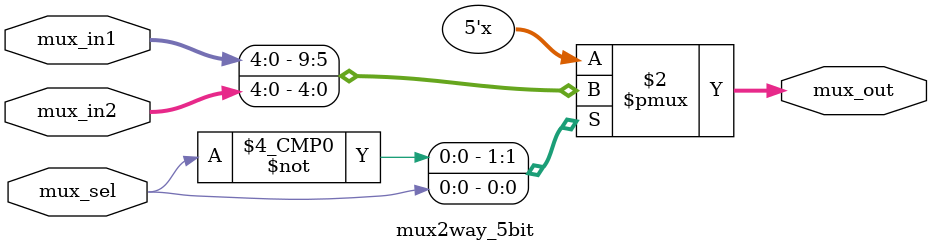
<source format=v>
module mux2way_5bit(mux_out, mux_in1, mux_in2, mux_sel);

input [4:0] mux_in1, mux_in2;
output reg [4:0] mux_out;
input mux_sel;

always@(mux_in1 or mux_in2 or mux_sel)
begin
	case(mux_sel)
	1'b0: mux_out = mux_in1;	
	1'b1: mux_out = mux_in2;
	endcase 
end

endmodule
</source>
